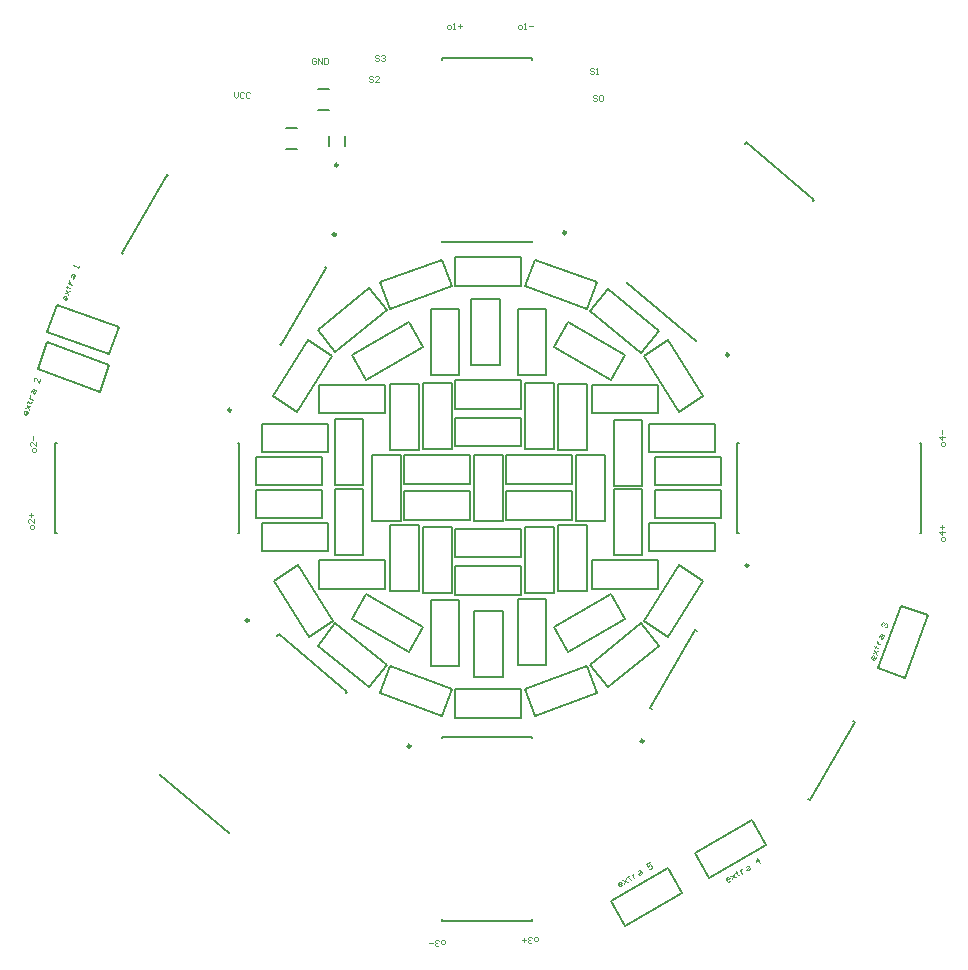
<source format=gbr>
G04*
G04 #@! TF.GenerationSoftware,Altium Limited,Altium Designer,23.1.1 (15)*
G04*
G04 Layer_Color=65535*
%FSLAX44Y44*%
%MOMM*%
G71*
G04*
G04 #@! TF.SameCoordinates,EA72E859-7E5F-47E5-BE6D-6BCC4CF4D1DD*
G04*
G04*
G04 #@! TF.FilePolarity,Positive*
G04*
G01*
G75*
%ADD10C,0.2500*%
%ADD11C,0.2000*%
%ADD12C,0.1000*%
D10*
X-217650Y65750D02*
G03*
X-217650Y65750I-1250J0D01*
G01*
X131563Y-214486D02*
G03*
X131563Y-214486I-1250J0D01*
G01*
X220150Y-65750D02*
G03*
X220150Y-65750I-1250J0D01*
G01*
X-65770Y-218900D02*
G03*
X-65770Y-218900I-1250J0D01*
G01*
X-202869Y-112508D02*
G03*
X-202869Y-112508I-1250J0D01*
G01*
X203569Y112508D02*
G03*
X203569Y112508I-1250J0D01*
G01*
X65730Y215900D02*
G03*
X65730Y215900I-1250J0D01*
G01*
X-127270Y273150D02*
G03*
X-127270Y273150I-1250J0D01*
G01*
X-129063Y214486D02*
G03*
X-129063Y214486I-1250J0D01*
G01*
D11*
X-210750Y-38000D02*
Y38000D01*
X-366750Y-38000D02*
X-365350D01*
X-212150D02*
X-210750D01*
X-366750D02*
Y38000D01*
X-365350D01*
X-212150D02*
X-210750D01*
X-91850Y173950D02*
X-83607Y151304D01*
X-91850Y173950D02*
X-39321Y193069D01*
X-31078Y170422D01*
X-83607Y151304D02*
X-31078Y170422D01*
X-106060Y-57160D02*
Y-1260D01*
X-130160D02*
X-106060D01*
X-130160Y-57160D02*
Y-1260D01*
Y-57160D02*
X-106060D01*
X330171Y-152449D02*
X349290Y-99920D01*
X330171Y-152449D02*
X352818Y-160692D01*
X371936Y-108163D01*
X349290Y-99920D02*
X371936Y-108163D01*
X55230Y-88910D02*
Y-33010D01*
X31130D02*
X55230D01*
X31130Y-88910D02*
Y-33010D01*
Y-88910D02*
X55230D01*
X187128Y-330480D02*
X235539Y-302531D01*
X223489Y-281660D02*
X235539Y-302531D01*
X175078Y-309609D02*
X223489Y-281660D01*
X175078Y-309609D02*
X187128Y-330480D01*
X115601Y-371120D02*
X164012Y-343171D01*
X151962Y-322300D02*
X164012Y-343171D01*
X103551Y-350249D02*
X151962Y-322300D01*
X103551Y-350249D02*
X115601Y-371120D01*
X59070Y-87640D02*
X83170D01*
X59070D02*
Y-31740D01*
X83170D01*
Y-87640D02*
Y-31740D01*
X137130Y-186379D02*
X175130Y-120561D01*
X309018Y-197861D02*
X310230Y-198561D01*
X175130Y-120561D02*
X176343Y-121261D01*
X272230Y-264379D02*
X310230Y-198561D01*
X271017Y-263679D02*
X272230Y-264379D01*
X137130Y-186379D02*
X138342Y-187079D01*
X210750Y-38000D02*
Y38000D01*
X365350D02*
X366750D01*
X210750D02*
X212150D01*
X366750Y-38000D02*
Y38000D01*
X365350Y-38000D02*
X366750D01*
X210750D02*
X212150D01*
X27950Y-59040D02*
Y-34940D01*
X-27950Y-59040D02*
X27950D01*
X-27950D02*
Y-34940D01*
X27950D01*
X-71130Y-27290D02*
Y-3190D01*
X-15230D01*
Y-27290D02*
Y-3190D01*
X-71130Y-27290D02*
X-15230D01*
X-98410Y-27950D02*
X-74310D01*
X-98410D02*
Y27950D01*
X-74310D01*
Y-27950D02*
Y27950D01*
X27950Y-90790D02*
Y-66690D01*
X-27950Y-90790D02*
X27950D01*
X-27950D02*
Y-66690D01*
X27950D01*
X-55230Y-88910D02*
X-31130D01*
X-55230D02*
Y-33010D01*
X-31130D01*
Y-88910D02*
Y-33010D01*
X-83170Y-87640D02*
X-59070D01*
X-83170D02*
Y-31740D01*
X-59070D01*
Y-87640D02*
Y-31740D01*
X-12050Y-160030D02*
X12050D01*
X-12050D02*
Y-104130D01*
X12050D01*
Y-160030D02*
Y-104130D01*
X-48880Y-151140D02*
X-24780D01*
X-48880D02*
Y-95240D01*
X-24780D01*
Y-151140D02*
Y-95240D01*
X-115752Y-110761D02*
X-103702Y-89890D01*
X-55291Y-117839D01*
X-67341Y-138710D02*
X-55291Y-117839D01*
X-115752Y-110761D02*
X-67341Y-138710D01*
X-143520Y-85710D02*
Y-61610D01*
X-87620D01*
Y-85710D02*
Y-61610D01*
X-143520Y-85710D02*
X-87620D01*
X-27950Y-194930D02*
Y-170830D01*
X27950D01*
Y-194930D02*
Y-170830D01*
X-27950Y-194930D02*
X27950D01*
X-91850Y-173950D02*
X-83607Y-151304D01*
X-31078Y-170422D01*
X-39321Y-193069D02*
X-31078Y-170422D01*
X-91850Y-173950D02*
X-39321Y-193069D01*
X-144584Y-133643D02*
X-129418Y-114914D01*
X-85975Y-150093D01*
X-101142Y-168822D02*
X-85975Y-150093D01*
X-144584Y-133643D02*
X-101142Y-168822D01*
X-181620Y-78592D02*
X-161182Y-65821D01*
X-131560Y-113227D01*
X-151998Y-125998D02*
X-131560Y-113227D01*
X-181620Y-78592D02*
X-151998Y-125998D01*
X-191780Y-53960D02*
Y-29860D01*
X-135880D01*
Y-53960D02*
Y-29860D01*
X-191780Y-53960D02*
X-135880D01*
X-196860Y-26020D02*
Y-1920D01*
X-140960D01*
Y-26020D02*
Y-1920D01*
X-196860Y-26020D02*
X-140960D01*
X-39270Y-210750D02*
X36730D01*
Y-366750D02*
Y-365350D01*
Y-212150D02*
Y-210750D01*
X-39270Y-366750D02*
X36730D01*
X-39270D02*
Y-365350D01*
Y-212150D02*
Y-210750D01*
X-177622Y-124103D02*
X-119403Y-172954D01*
X-219678Y-292457D02*
X-218778Y-291385D01*
X-120302Y-174027D02*
X-119403Y-172954D01*
X-277897Y-243606D02*
X-219678Y-292457D01*
X-277897Y-243606D02*
X-276997Y-242533D01*
X-178522Y-125175D02*
X-177622Y-124103D01*
X-373790Y132120D02*
X-321261Y113001D01*
X-313018Y135648D01*
X-365547Y154766D02*
X-313018Y135648D01*
X-373790Y132120D02*
X-365547Y154766D01*
X-381672Y100572D02*
X-329143Y81454D01*
X-320900Y104100D01*
X-373429Y123219D02*
X-320900Y104100D01*
X-381672Y100572D02*
X-373429Y123219D01*
X175822Y124102D02*
X176722Y125175D01*
X275197Y242533D02*
X276097Y243605D01*
X217878Y292458D02*
X276097Y243605D01*
X117603Y172955D02*
X118503Y174027D01*
X216978Y291385D02*
X217878Y292458D01*
X117603Y172955D02*
X175822Y124102D01*
X103702Y91160D02*
X115752Y112031D01*
X55291Y119109D02*
X103702Y91160D01*
X55291Y119109D02*
X67341Y139980D01*
X115752Y112031D01*
X152508Y124678D02*
X182130Y77272D01*
X132070Y111907D02*
X152508Y124678D01*
X132070Y111907D02*
X161692Y64502D01*
X182130Y77272D01*
X129418Y114014D02*
X144584Y132742D01*
X85975Y149192D02*
X129418Y114014D01*
X85975Y149192D02*
X101142Y167921D01*
X144584Y132742D01*
X83607Y151304D02*
X91850Y173950D01*
X31078Y170422D02*
X83607Y151304D01*
X31078Y170422D02*
X39321Y193069D01*
X91850Y173950D01*
X-39270Y207750D02*
X36730D01*
X-39270Y362350D02*
Y363750D01*
Y207750D02*
Y209150D01*
Y363750D02*
X36730D01*
Y362350D02*
Y363750D01*
Y207750D02*
Y209150D01*
X-170916Y304660D02*
X-161949D01*
X-170916Y287160D02*
X-161949D01*
X-121520Y289400D02*
Y297900D01*
X-135020Y289400D02*
Y297900D01*
X-144246Y320180D02*
X-135279D01*
X-144246Y337680D02*
X-135279D01*
X140960Y26020D02*
X196860D01*
X140960Y1920D02*
Y26020D01*
Y1920D02*
X196860D01*
Y26020D01*
X135880Y53960D02*
X191780D01*
X135880Y29860D02*
Y53960D01*
Y29860D02*
X191780D01*
Y53960D01*
X106060Y1260D02*
Y57160D01*
Y1260D02*
X130160D01*
Y57160D01*
X106060D02*
X130160D01*
X87620Y86980D02*
X143520D01*
X87620Y62880D02*
Y86980D01*
Y62880D02*
X143520D01*
Y86980D01*
X59070Y31740D02*
Y87640D01*
Y31740D02*
X83170D01*
Y87640D01*
X59070D02*
X83170D01*
X24780Y95240D02*
Y151140D01*
Y95240D02*
X48880D01*
Y151140D01*
X24780D02*
X48880D01*
X31130Y33010D02*
Y88910D01*
Y33010D02*
X55230D01*
Y88910D01*
X31130D02*
X55230D01*
X15230Y27290D02*
X71130D01*
X15230Y3190D02*
Y27290D01*
Y3190D02*
X71130D01*
Y27290D01*
X-14590Y104130D02*
Y160030D01*
Y104130D02*
X9510D01*
Y160030D01*
X-14590D02*
X9510D01*
X-27950Y90790D02*
X27950D01*
X-27950Y66690D02*
Y90790D01*
Y66690D02*
X27950D01*
Y90790D01*
X-27950Y59040D02*
X27950D01*
X-27950Y34940D02*
Y59040D01*
Y34940D02*
X27950D01*
Y59040D01*
X-12050Y-27950D02*
Y27950D01*
Y-27950D02*
X12050D01*
Y27950D01*
X-12050D02*
X12050D01*
X-71130Y3190D02*
Y27290D01*
X-15230D01*
Y3190D02*
Y27290D01*
X-71130Y3190D02*
X-15230D01*
X-83170Y87640D02*
X-59070D01*
Y31740D02*
Y87640D01*
X-83170Y31740D02*
X-59070D01*
X-83170D02*
Y87640D01*
X27950Y170830D02*
Y194930D01*
X-27950Y170830D02*
X27950D01*
X-27950D02*
Y194930D01*
X27950D01*
X-175130Y120561D02*
X-137130Y186379D01*
X-310230Y198561D02*
X-309018Y197861D01*
X-176343Y121261D02*
X-175130Y120561D01*
X-310230Y198561D02*
X-272230Y264379D01*
X-271017Y263679D01*
X-138342Y187079D02*
X-137130Y186379D01*
X15230Y-3190D02*
X71130D01*
X15230Y-27290D02*
Y-3190D01*
Y-27290D02*
X71130D01*
Y-3190D01*
X74310Y-27950D02*
Y27950D01*
Y-27950D02*
X98410D01*
Y27950D01*
X74310D02*
X98410D01*
X-55230Y33010D02*
Y88910D01*
Y33010D02*
X-31130D01*
Y88910D01*
X-55230D02*
X-31130D01*
X130160Y-57160D02*
Y-1260D01*
X106060D02*
X130160D01*
X106060Y-57160D02*
Y-1260D01*
Y-57160D02*
X130160D01*
X87620Y-61610D02*
X143520D01*
X87620Y-85710D02*
Y-61610D01*
Y-85710D02*
X143520D01*
Y-61610D01*
X55288Y-117839D02*
X103699Y-89890D01*
X55288Y-117839D02*
X67338Y-138710D01*
X115749Y-110761D01*
X103699Y-89890D02*
X115749Y-110761D01*
X48880Y-149870D02*
Y-93970D01*
X24780D02*
X48880D01*
X24780Y-149870D02*
Y-93970D01*
Y-149870D02*
X48880D01*
X-130160Y2530D02*
Y58430D01*
Y2530D02*
X-106060D01*
Y58430D01*
X-130160D02*
X-106060D01*
X-143520Y62880D02*
X-87620D01*
Y86980D01*
X-143520D02*
X-87620D01*
X-143520Y62880D02*
Y86980D01*
X-103699Y91160D02*
X-55288Y119109D01*
X-67338Y139980D02*
X-55288Y119109D01*
X-115749Y112031D02*
X-67338Y139980D01*
X-115749Y112031D02*
X-103699Y91160D01*
X-48880Y95240D02*
Y151140D01*
Y95240D02*
X-24780D01*
Y151140D01*
X-48880D02*
X-24780D01*
X140960Y-1920D02*
X196860D01*
X140960Y-26020D02*
Y-1920D01*
Y-26020D02*
X196860D01*
Y-1920D01*
X135880Y-29860D02*
X191780D01*
X135880Y-53960D02*
Y-29860D01*
Y-53960D02*
X191780D01*
Y-29860D01*
X131560Y-113227D02*
X161182Y-65821D01*
X131560Y-113227D02*
X151998Y-125998D01*
X181620Y-78592D01*
X161182Y-65821D02*
X181620Y-78592D01*
X85975Y-150093D02*
X129418Y-114914D01*
X85975Y-150093D02*
X101142Y-168822D01*
X144584Y-133643D01*
X129418Y-114914D02*
X144584Y-133643D01*
X31078Y-170422D02*
X83607Y-151304D01*
X31078Y-170422D02*
X39321Y-193069D01*
X91850Y-173950D01*
X83607Y-151304D02*
X91850Y-173950D01*
X-196860Y1920D02*
X-140960D01*
Y26020D01*
X-196860D02*
X-140960D01*
X-196860Y1920D02*
Y26020D01*
X-191780Y29860D02*
X-135880D01*
Y53960D01*
X-191780D02*
X-135880D01*
X-191780Y29860D02*
Y53960D01*
X-161692Y64502D02*
X-132070Y111907D01*
X-152508Y124678D02*
X-132070Y111907D01*
X-182130Y77272D02*
X-152508Y124678D01*
X-182130Y77272D02*
X-161692Y64502D01*
X-129418Y114914D02*
X-85975Y150093D01*
X-101142Y168822D02*
X-85975Y150093D01*
X-144584Y133643D02*
X-101142Y168822D01*
X-144584Y133643D02*
X-129418Y114914D01*
D12*
X204460Y-332664D02*
X203018Y-333497D01*
X201880Y-333192D01*
X201046Y-331750D01*
X201351Y-330612D01*
X202794Y-329779D01*
X203932Y-330084D01*
X204349Y-330805D01*
X201463Y-332471D01*
X204959Y-328529D02*
X209510Y-329749D01*
X207235Y-329139D01*
X207844Y-326863D01*
X206625Y-331415D01*
X209592Y-324892D02*
X210009Y-325613D01*
X209287Y-326030D01*
X210730Y-325197D01*
X210009Y-325613D01*
X211258Y-327778D01*
X212396Y-328083D01*
X212895Y-323947D02*
X214561Y-326833D01*
X213728Y-325390D01*
X214033Y-324252D01*
X214338Y-323114D01*
X215059Y-322697D01*
X217945Y-321031D02*
X219388Y-320198D01*
X220526Y-320503D01*
X221775Y-322668D01*
X219611Y-323917D01*
X218473Y-323612D01*
X218778Y-322474D01*
X220942Y-321225D01*
X229711Y-318086D02*
X227212Y-313757D01*
X226297Y-317171D01*
X229183Y-315505D01*
X113020Y-336474D02*
X111578Y-337307D01*
X110440Y-337002D01*
X109606Y-335560D01*
X109911Y-334422D01*
X111354Y-333589D01*
X112492Y-333894D01*
X112909Y-334615D01*
X110023Y-336281D01*
X113519Y-332339D02*
X118070Y-333559D01*
X115795Y-332949D01*
X116404Y-330673D01*
X115185Y-335225D01*
X118152Y-328702D02*
X118569Y-329423D01*
X117847Y-329840D01*
X119290Y-329007D01*
X118569Y-329423D01*
X119818Y-331588D01*
X120956Y-331893D01*
X121455Y-327757D02*
X123121Y-330643D01*
X122288Y-329200D01*
X122593Y-328062D01*
X122898Y-326924D01*
X123619Y-326507D01*
X126505Y-324841D02*
X127948Y-324008D01*
X129086Y-324313D01*
X130335Y-326478D01*
X128171Y-327727D01*
X127033Y-327422D01*
X127338Y-326284D01*
X129502Y-325035D01*
X136494Y-317150D02*
X133608Y-318817D01*
X134857Y-320981D01*
X135884Y-319426D01*
X136605Y-319010D01*
X137743Y-319315D01*
X138576Y-320758D01*
X138271Y-321896D01*
X136828Y-322729D01*
X135690Y-322424D01*
X327917Y-143690D02*
X327347Y-145255D01*
X326279Y-145753D01*
X324714Y-145183D01*
X324216Y-144116D01*
X324786Y-142550D01*
X325854Y-142052D01*
X326636Y-142337D01*
X325497Y-145468D01*
X325640Y-140202D02*
X329911Y-138210D01*
X327776Y-139206D01*
X326780Y-137070D01*
X328772Y-141341D01*
X326852Y-134437D02*
X327635Y-134722D01*
X327350Y-135505D01*
X327920Y-133939D01*
X327635Y-134722D01*
X329983Y-135577D01*
X331051Y-135079D01*
X328775Y-131591D02*
X331906Y-132730D01*
X330340Y-132160D01*
X329842Y-131093D01*
X329345Y-130025D01*
X329630Y-129242D01*
X330769Y-126111D02*
X331339Y-124545D01*
X332407Y-124047D01*
X334755Y-124902D01*
X333900Y-127250D01*
X332833Y-127748D01*
X332335Y-126681D01*
X333190Y-124332D01*
X333120Y-117215D02*
X332623Y-116147D01*
X333192Y-114581D01*
X334260Y-114084D01*
X335043Y-114368D01*
X335541Y-115436D01*
X335256Y-116219D01*
X335541Y-115436D01*
X336609Y-114938D01*
X337392Y-115223D01*
X337889Y-116291D01*
X337319Y-117857D01*
X336252Y-118355D01*
X-214900Y334928D02*
Y331596D01*
X-213234Y329930D01*
X-211568Y331596D01*
Y334928D01*
X-206569Y334095D02*
X-207402Y334928D01*
X-209069D01*
X-209902Y334095D01*
Y330763D01*
X-209069Y329930D01*
X-207402D01*
X-206569Y330763D01*
X-201571Y334095D02*
X-202404Y334928D01*
X-204070D01*
X-204903Y334095D01*
Y330763D01*
X-204070Y329930D01*
X-202404D01*
X-201571Y330763D01*
X-92188Y365845D02*
X-93021Y366678D01*
X-94687D01*
X-95520Y365845D01*
Y365012D01*
X-94687Y364179D01*
X-93021D01*
X-92188Y363346D01*
Y362513D01*
X-93021Y361680D01*
X-94687D01*
X-95520Y362513D01*
X-90522Y365845D02*
X-89689Y366678D01*
X-88022D01*
X-87189Y365845D01*
Y365012D01*
X-88022Y364179D01*
X-88855D01*
X-88022D01*
X-87189Y363346D01*
Y362513D01*
X-88022Y361680D01*
X-89689D01*
X-90522Y362513D01*
X386350Y36123D02*
Y37789D01*
X385517Y38622D01*
X383851D01*
X383018Y37789D01*
Y36123D01*
X383851Y35290D01*
X385517D01*
X386350Y36123D01*
Y42787D02*
X381352D01*
X383851Y40288D01*
Y43621D01*
Y45287D02*
Y48619D01*
X386350Y-43887D02*
Y-42221D01*
X385517Y-41388D01*
X383851D01*
X383018Y-42221D01*
Y-43887D01*
X383851Y-44720D01*
X385517D01*
X386350Y-43887D01*
Y-37222D02*
X381352D01*
X383851Y-39722D01*
Y-36389D01*
Y-34723D02*
Y-31391D01*
X382185Y-33057D02*
X385517D01*
X-37393Y-383270D02*
X-39059D01*
X-39892Y-384103D01*
Y-385769D01*
X-39059Y-386602D01*
X-37393D01*
X-36560Y-385769D01*
Y-384103D01*
X-37393Y-383270D01*
X-41558Y-387435D02*
X-42391Y-388268D01*
X-44057D01*
X-44891Y-387435D01*
Y-386602D01*
X-44057Y-385769D01*
X-43225D01*
X-44057D01*
X-44891Y-384936D01*
Y-384103D01*
X-44057Y-383270D01*
X-42391D01*
X-41558Y-384103D01*
X-46557Y-385769D02*
X-49889D01*
X41347Y-380730D02*
X39681D01*
X38848Y-381563D01*
Y-383229D01*
X39681Y-384062D01*
X41347D01*
X42180Y-383229D01*
Y-381563D01*
X41347Y-380730D01*
X37182Y-384895D02*
X36349Y-385728D01*
X34683D01*
X33849Y-384895D01*
Y-384062D01*
X34683Y-383229D01*
X35515D01*
X34683D01*
X33849Y-382396D01*
Y-381563D01*
X34683Y-380730D01*
X36349D01*
X37182Y-381563D01*
X32183Y-383229D02*
X28851D01*
X30517Y-384895D02*
Y-381563D01*
X-384540Y-33727D02*
Y-32061D01*
X-385373Y-31228D01*
X-387039D01*
X-387872Y-32061D01*
Y-33727D01*
X-387039Y-34560D01*
X-385373D01*
X-384540Y-33727D01*
Y-26229D02*
Y-29562D01*
X-387872Y-26229D01*
X-388705D01*
X-389538Y-27062D01*
Y-28729D01*
X-388705Y-29562D01*
X-387039Y-24563D02*
Y-21231D01*
X-388705Y-22897D02*
X-385373D01*
X-383270Y31043D02*
Y32709D01*
X-384103Y33542D01*
X-385769D01*
X-386602Y32709D01*
Y31043D01*
X-385769Y30210D01*
X-384103D01*
X-383270Y31043D01*
Y38541D02*
Y35208D01*
X-386602Y38541D01*
X-387435D01*
X-388268Y37708D01*
Y36041D01*
X-387435Y35208D01*
X-385769Y40207D02*
Y43539D01*
X-97268Y348065D02*
X-98101Y348898D01*
X-99767D01*
X-100600Y348065D01*
Y347232D01*
X-99767Y346399D01*
X-98101D01*
X-97268Y345566D01*
Y344733D01*
X-98101Y343900D01*
X-99767D01*
X-100600Y344733D01*
X-92269Y343900D02*
X-95602D01*
X-92269Y347232D01*
Y348065D01*
X-93103Y348898D01*
X-94769D01*
X-95602Y348065D01*
X91962Y331555D02*
X91129Y332388D01*
X89463D01*
X88630Y331555D01*
Y330722D01*
X89463Y329889D01*
X91129D01*
X91962Y329056D01*
Y328223D01*
X91129Y327390D01*
X89463D01*
X88630Y328223D01*
X93628Y331555D02*
X94461Y332388D01*
X96128D01*
X96961Y331555D01*
Y328223D01*
X96128Y327390D01*
X94461D01*
X93628Y328223D01*
Y331555D01*
X89422Y354415D02*
X88589Y355248D01*
X86923D01*
X86090Y354415D01*
Y353582D01*
X86923Y352749D01*
X88589D01*
X89422Y351916D01*
Y351083D01*
X88589Y350250D01*
X86923D01*
X86090Y351083D01*
X91088Y350250D02*
X92754D01*
X91921D01*
Y355248D01*
X91088Y354415D01*
X-145528Y363305D02*
X-146361Y364138D01*
X-148027D01*
X-148860Y363305D01*
Y359973D01*
X-148027Y359140D01*
X-146361D01*
X-145528Y359973D01*
Y361639D01*
X-147194D01*
X-143862Y359140D02*
Y364138D01*
X-140529Y359140D01*
Y364138D01*
X-138863D02*
Y359140D01*
X-136364D01*
X-135531Y359973D01*
Y363305D01*
X-136364Y364138D01*
X-138863D01*
X25963Y388350D02*
X27629D01*
X28462Y389183D01*
Y390849D01*
X27629Y391682D01*
X25963D01*
X25130Y390849D01*
Y389183D01*
X25963Y388350D01*
X30128D02*
X31795D01*
X30961D01*
Y393348D01*
X30128Y392515D01*
X34294Y390849D02*
X37626D01*
X-33727Y388350D02*
X-32061D01*
X-31228Y389183D01*
Y390849D01*
X-32061Y391682D01*
X-33727D01*
X-34560Y390849D01*
Y389183D01*
X-33727Y388350D01*
X-29562D02*
X-27896D01*
X-28729D01*
Y393348D01*
X-29562Y392515D01*
X-25396Y390849D02*
X-22064D01*
X-23730Y392515D02*
Y389183D01*
X-389703Y63699D02*
X-390273Y62133D01*
X-391340Y61635D01*
X-392906Y62205D01*
X-393404Y63273D01*
X-392834Y64838D01*
X-391766Y65336D01*
X-390984Y65051D01*
X-392123Y61920D01*
X-391979Y67187D02*
X-387708Y69178D01*
X-389844Y68183D01*
X-390840Y70318D01*
X-388848Y66047D01*
X-390768Y72951D02*
X-389985Y72667D01*
X-390270Y71884D01*
X-389700Y73449D01*
X-389985Y72667D01*
X-387636Y71812D01*
X-386569Y72310D01*
X-388845Y75798D02*
X-385714Y74658D01*
X-387280Y75228D01*
X-387777Y76296D01*
X-388275Y77364D01*
X-387990Y78146D01*
X-386851Y81278D02*
X-386281Y82843D01*
X-385213Y83341D01*
X-382865Y82486D01*
X-383719Y80138D01*
X-384787Y79640D01*
X-385285Y80708D01*
X-384430Y83056D01*
X-379446Y91880D02*
X-380585Y88749D01*
X-382577Y93020D01*
X-383360Y93305D01*
X-384427Y92807D01*
X-384997Y91241D01*
X-384499Y90174D01*
X-356398Y161001D02*
X-356968Y159436D01*
X-358036Y158938D01*
X-359601Y159508D01*
X-360099Y160576D01*
X-359529Y162141D01*
X-358461Y162639D01*
X-357679Y162354D01*
X-358818Y159223D01*
X-358674Y164490D02*
X-354403Y166481D01*
X-356539Y165485D01*
X-357535Y167621D01*
X-355543Y163350D01*
X-357463Y170254D02*
X-356680Y169969D01*
X-356965Y169187D01*
X-356395Y170752D01*
X-356680Y169969D01*
X-354332Y169115D01*
X-353264Y169613D01*
X-355540Y173101D02*
X-352409Y171961D01*
X-353975Y172531D01*
X-354473Y173599D01*
X-354970Y174666D01*
X-354686Y175449D01*
X-353546Y178580D02*
X-352976Y180146D01*
X-351908Y180644D01*
X-349560Y179789D01*
X-350415Y177441D01*
X-351482Y176943D01*
X-351980Y178011D01*
X-351125Y180359D01*
X-347280Y186052D02*
X-346711Y187617D01*
X-346995Y186835D01*
X-351692Y188544D01*
X-351194Y187476D01*
M02*

</source>
